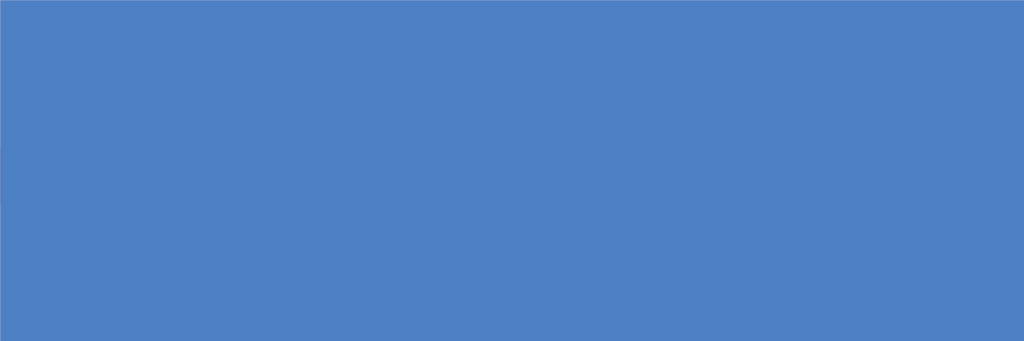
<source format=kicad_pcb>
(kicad_pcb (version 20211014) (generator pcbnew)

  (general
    (thickness 1.636)
  )

  (paper "A4")
  (title_block
    (title "Antenne MW ODMR [gap=0.1mm]")
    (rev "v01")
    (company "IEMN - Centrale Lille")
    (comment 1 "Auteur : Noé Pigret")
  )

  (layers
    (0 "F.Cu" signal)
    (31 "B.Cu" signal)
    (44 "Edge.Cuts" user)
    (45 "Margin" user)
    (46 "B.CrtYd" user "B.Courtyard")
    (47 "F.CrtYd" user "F.Courtyard")
  )

  (setup
    (stackup
      (layer "F.Cu" (type "copper") (thickness 0.018))
      (layer "dielectric 1" (type "core") (thickness 1.6) (material "FR4") (epsilon_r 4.3) (loss_tangent 0.03))
      (layer "B.Cu" (type "copper") (thickness 0.018))
      (copper_finish "None")
      (dielectric_constraints no)
    )
    (pad_to_mask_clearance 0)
    (grid_origin 120 70)
    (pcbplotparams
      (layerselection 0x0001000_ffffffff)
      (disableapertmacros false)
      (usegerberextensions false)
      (usegerberattributes true)
      (usegerberadvancedattributes false)
      (creategerberjobfile true)
      (svguseinch false)
      (svgprecision 6)
      (excludeedgelayer true)
      (plotframeref false)
      (viasonmask false)
      (mode 1)
      (useauxorigin true)
      (hpglpennumber 1)
      (hpglpenspeed 20)
      (hpglpendiameter 15.000000)
      (dxfpolygonmode true)
      (dxfimperialunits true)
      (dxfusepcbnewfont true)
      (psnegative false)
      (psa4output false)
      (plotreference false)
      (plotvalue false)
      (plotinvisibletext false)
      (sketchpadsonfab false)
      (subtractmaskfromsilk false)
      (outputformat 1)
      (mirror false)
      (drillshape 0)
      (scaleselection 1)
      (outputdirectory "../gerbers/")
    )
  )

  (net 0 "")

  (gr_rect (start 90 60) (end 150 80) (layer "Edge.Cuts") (width 0.01) (fill none) (tstamp 16af17bc-4f01-4cb0-acc9-6784d0fa1584))

  (zone (net 0) (net_name "") (layer "F.Cu") (tstamp abc738c4-f3d1-47bd-9628-25b20accab9a) (hatch none 0.508)
    (connect_pads (clearance 0))
    (min_thickness 0.0254) (filled_areas_thickness no)
    (fill yes (thermal_gap 0.508) (thermal_bridge_width 0.508))
    (polygon
      (pts
        (xy 127.004898 70)
        (xy 126.986086 69.486974)
        (xy 126.929752 68.976703)
        (xy 126.836197 68.471929)
        (xy 126.705925 67.975362)
        (xy 126.539636 67.489669)
        (xy 126.338221 67.017459)
        (xy 126.102764 66.561269)
        (xy 125.834528 66.123549)
        (xy 125.534955 65.706649)
        (xy 125.205654 65.312808)
        (xy 124.848392 64.944143)
        (xy 124.46509 64.602633)
        (xy 124.057806 64.290113)
        (xy 123.628726 64.008261)
        (xy 123.180157 63.75859)
        (xy 122.714507 63.542443)
        (xy 122.234277 63.360979)
        (xy 121.742047 63.215174)
        (xy 121.240461 63.10581)
        (xy 120.732211 63.033476)
        (xy 120.220029 62.998558)
        (xy 119.706665 63.001246)
        (xy 119.194877 63.041525)
        (xy 118.687413 63.119178)
        (xy 118.186999 63.233788)
        (xy 117.696323 63.38474)
        (xy 117.21802 63.571222)
        (xy 116.754659 63.792234)
        (xy 116.308728 64.046588)
        (xy 115.882624 64.332918)
        (xy 115.478635 64.649687)
        (xy 115.09893 64.995192)
        (xy 114.745548 65.367578)
        (xy 114.420389 65.764845)
        (xy 114.125198 66.184859)
        (xy 113.861561 66.625365)
        (xy 113.630894 67.083996)
        (xy 113.434435 67.558288)
        (xy 113.273241 68.045696)
        (xy 113.148176 68.5436)
        (xy 113.059912 69.049326)
        (xy 113.008925 69.560159)
        (xy 112.998717 69.949966)
        (xy 123.4 69.95)
        (xy 123.412353 69.89)
        (xy 123.43 69.83)
        (xy 123.46 69.76)
        (xy 123.5 69.7)
        (xy 123.58 69.616321)
        (xy 123.64 69.57)
        (xy 123.73 69.53)
        (xy 123.800316 69.51)
        (xy 123.869189 69.5)
        (xy 123.94 69.5)
        (xy 124.04 69.52)
        (xy 124.14 69.56)
        (xy 124.21 69.61)
        (xy 124.25 69.64)
        (xy 124.29 69.68834)
        (xy 124.32 69.73)
        (xy 124.36 69.8)
        (xy 124.38 69.859812)
        (xy 124.39 69.91)
        (xy 124.4 69.97)
        (xy 124.4 70.03)
        (xy 124.39 70.1)
        (xy 124.37 70.17)
        (xy 124.35 70.22)
        (xy 124.32 70.27)
        (xy 124.27 70.34)
        (xy 124.21 70.39)
        (xy 124.14 70.44)
        (xy 124.04 70.48)
        (xy 123.94 70.5)
        (xy 123.86 70.5)
        (xy 123.73 70.47)
        (xy 123.64 70.43)
        (xy 123.571942 70.38)
        (xy 123.51 70.311965)
        (xy 123.46 70.24)
        (xy 123.43 70.17)
        (xy 123.41 70.1)
        (xy 123.4 70.05)
        (xy 112.9961 70.049898)
        (xy 90 68.67)
        (xy 90 71.97)
        (xy 113.019669 70.586155)
        (xy 113.081344 71.095807)
        (xy 113.180179 71.599575)
        (xy 113.315644 72.09475)
        (xy 113.487011 72.578675)
        (xy 113.693359 73.048749)
        (xy 113.93358 73.502449)
        (xy 114.206385 73.937337)
        (xy 114.510307 74.351077)
        (xy 114.843715 74.741447)
        (xy 115.204817 75.106351)
        (xy 115.591675 75.443828)
        (xy 116.00221 75.752066)
        (xy 116.434217 76.02941)
        (xy 116.885376 76.27437)
        (xy 117.353264 76.485629)
        (xy 117.835367 76.662054)
        (xy 118.329097 76.802697)
        (xy 118.831802 76.906802)
        (xy 119.340781 76.97381)
        (xy 119.8533 77.003362)
        (xy 120.366608 76.995298)
        (xy 120.877947 76.949662)
        (xy 121.38457 76.8667)
        (xy 121.883756 76.746856)
        (xy 122.372825 76.590774)
        (xy 122.849149 76.399293)
        (xy 123.31017 76.173441)
        (xy 123.753412 75.914431)
        (xy 124.176494 75.623655)
        (xy 124.577145 75.302673)
        (xy 124.953211 74.953211)
        (xy 125.302673 74.577145)
        (xy 125.623655 74.176494)
        (xy 125.914431 73.753412)
        (xy 126.173441 73.31017)
        (xy 126.399293 72.849149)
        (xy 126.590774 72.372825)
        (xy 126.746856 71.883756)
        (xy 126.8667 71.38457)
        (xy 126.949662 70.877947)
        (xy 126.995298 70.366608)
      )
    )
    (filled_polygon
      (layer "F.Cu")
      (island)
      (pts
        (xy 120.220451 62.998587)
        (xy 120.731792 63.033447)
        (xy 120.732636 63.033536)
        (xy 121.240047 63.105751)
        (xy 121.240878 63.105901)
        (xy 121.410598 63.142906)
        (xy 121.741623 63.215082)
        (xy 121.742454 63.215295)
        (xy 122.233858 63.360855)
        (xy 122.234671 63.361128)
        (xy 122.714131 63.542301)
        (xy 122.714891 63.542621)
        (xy 123.179765 63.758408)
        (xy 123.180528 63.758796)
        (xy 123.628356 64.008055)
        (xy 123.62907 64.008487)
        (xy 124.05745 64.289879)
        (xy 124.058149 64.290376)
        (xy 124.46475 64.602372)
        (xy 124.46541 64.602918)
        (xy 124.848074 64.94386)
        (xy 124.848693 64.944454)
        (xy 125.205352 65.312497)
        (xy 125.205926 65.313134)
        (xy 125.534686 65.706327)
        (xy 125.535208 65.707002)
        (xy 125.576538 65.764517)
        (xy 125.834274 66.123195)
        (xy 125.834749 66.123909)
        (xy 126.102539 66.560902)
        (xy 126.10296 66.561649)
        (xy 126.338025 67.017079)
        (xy 126.338389 67.017853)
        (xy 126.366771 67.084394)
        (xy 126.539468 67.489276)
        (xy 126.539775 67.490076)
        (xy 126.705785 67.974954)
        (xy 126.706033 67.975775)
        (xy 126.836088 68.471515)
        (xy 126.836275 68.472352)
        (xy 126.929674 68.976284)
        (xy 126.929799 68.977132)
        (xy 126.986039 69.486545)
        (xy 126.986101 69.48739)
        (xy 126.990819 69.616048)
        (xy 127.004884 69.99963)
        (xy 127.004888 70.000365)
        (xy 126.995308 70.366235)
        (xy 126.995266 70.366962)
        (xy 126.975693 70.586284)
        (xy 126.9497 70.877526)
        (xy 126.949593 70.878366)
        (xy 126.881148 71.296339)
        (xy 126.86677 71.384142)
        (xy 126.866601 71.384982)
        (xy 126.746955 71.883344)
        (xy 126.746725 71.884167)
        (xy 126.590902 72.372424)
        (xy 126.590622 72.373203)
        (xy 126.508183 72.578276)
        (xy 126.399451 72.848755)
        (xy 126.399102 72.849538)
        (xy 126.173632 73.309781)
        (xy 126.173232 73.310528)
        (xy 126.014725 73.581779)
        (xy 125.914644 73.753047)
        (xy 125.914184 73.753771)
        (xy 125.623898 74.176141)
        (xy 125.623392 74.176822)
        (xy 125.407505 74.446294)
        (xy 125.302942 74.576809)
        (xy 125.302382 74.577458)
        (xy 124.953503 74.952896)
        (xy 124.952896 74.953503)
        (xy 124.577458 75.302382)
        (xy 124.576809 75.302942)
        (xy 124.400632 75.444087)
        (xy 124.176829 75.623387)
        (xy 124.176148 75.623893)
        (xy 123.990036 75.751804)
        (xy 123.753771 75.914184)
        (xy 123.753047 75.914644)
        (xy 123.310528 76.173232)
        (xy 123.30979 76.173627)
        (xy 123.103785 76.274548)
        (xy 122.849538 76.399102)
        (xy 122.848755 76.399451)
        (xy 122.659034 76.475719)
        (xy 122.373203 76.590622)
        (xy 122.372424 76.590902)
        (xy 121.88417 76.746724)
        (xy 121.883344 76.746955)
        (xy 121.384982 76.866601)
        (xy 121.384142 76.86677)
        (xy 121.296339 76.881148)
        (xy 120.878366 76.949593)
        (xy 120.877537 76.949699)
        (xy 120.367029 76.99526)
        (xy 120.366189 76.995305)
        (xy 120.09538 76.999559)
        (xy 119.853729 77.003355)
        (xy 119.852871 77.003337)
        (xy 119.341204 76.973834)
        (xy 119.340351 76.973753)
        (xy 118.832229 76.906858)
        (xy 118.831383 76.906715)
        (xy 118.329509 76.802782)
        (xy 118.328677 76.802577)
        (xy 117.835782 76.662172)
        (xy 117.834966 76.661907)
        (xy 117.640949 76.590907)
        (xy 117.353655 76.485772)
        (xy 117.352885 76.485458)
        (xy 116.885768 76.274547)
        (xy 116.885002 76.274167)
        (xy 116.434599 76.029617)
        (xy 116.433861 76.029181)
        (xy 116.254734 75.914184)
        (xy 116.00255 75.752285)
        (xy 116.001874 75.751814)
        (xy 115.592021 75.444087)
        (xy 115.591354 75.443548)
        (xy 115.20514 75.106632)
        (xy 115.204515 75.106045)
        (xy 115.018293 74.917863)
        (xy 114.844012 74.741747)
        (xy 114.843451 74.741137)
        (xy 114.510579 74.351395)
        (xy 114.510049 74.350726)
        (xy 114.206636 73.937678)
        (xy 114.206154 73.936968)
        (xy 113.933812 73.502818)
        (xy 113.933383 73.502076)
        (xy 113.693559 73.049126)
        (xy 113.693186 73.048354)
        (xy 113.487186 72.579073)
        (xy 113.48687 72.578276)
        (xy 113.413969 72.37241)
        (xy 113.31578 72.095133)
        (xy 113.315532 72.094342)
        (xy 113.180293 71.599991)
        (xy 113.180097 71.599156)
        (xy 113.081427 71.096228)
        (xy 113.081293 71.095382)
        (xy 113.019949 70.588466)
        (xy 113.019949 70.588465)
        (xy 113.019669 70.586155)
        (xy 102.189574 71.237214)
        (xy 90.013402 71.969194)
        (xy 90.004938 71.96627)
        (xy 90.001 71.957515)
        (xy 90.001 68.682483)
        (xy 90.004427 68.67421)
        (xy 90.013401 68.670804)
        (xy 112.9961 70.049898)
        (xy 113.190873 70.0499)
        (xy 123.390408 70.05)
        (xy 123.398681 70.053427)
        (xy 123.401881 70.059405)
        (xy 123.41 70.1)
        (xy 123.43 70.17)
        (xy 123.46 70.24)
        (xy 123.460335 70.240482)
        (xy 123.460336 70.240484)
        (xy 123.480971 70.270183)
        (xy 123.51 70.311965)
        (xy 123.571942 70.38)
        (xy 123.572413 70.380346)
        (xy 123.572414 70.380347)
        (xy 123.58572 70.390122)
        (xy 123.64 70.43)
        (xy 123.640571 70.430254)
        (xy 123.640573 70.430255)
        (xy 123.663087 70.440261)
        (xy 123.73 70.47)
        (xy 123.730543 70.470125)
        (xy 123.730548 70.470127)
        (xy 123.812511 70.489041)
        (xy 123.86 70.5)
        (xy 123.94 70.5)
        (xy 123.99002 70.489996)
        (xy 124.039477 70.480105)
        (xy 124.039481 70.480104)
        (xy 124.04 70.48)
        (xy 124.064683 70.470127)
        (xy 124.139348 70.440261)
        (xy 124.139349 70.44026)
        (xy 124.14 70.44)
        (xy 124.154 70.43)
        (xy 124.20983 70.390122)
        (xy 124.209839 70.390115)
        (xy 124.21 70.39)
        (xy 124.27 70.34)
        (xy 124.270435 70.339392)
        (xy 124.270437 70.339389)
        (xy 124.31987 70.270183)
        (xy 124.319878 70.270171)
        (xy 124.32 70.27)
        (xy 124.338 70.24)
        (xy 124.349758 70.220404)
        (xy 124.34976 70.2204)
        (xy 124.35 70.22)
        (xy 124.37 70.17)
        (xy 124.39 70.1)
        (xy 124.4 70.03)
        (xy 124.4 69.97)
        (xy 124.39466 69.93796)
        (xy 124.39002 69.910117)
        (xy 124.390015 69.910092)
        (xy 124.39 69.91)
        (xy 124.38 69.859812)
        (xy 124.36 69.8)
        (xy 124.32 69.73)
        (xy 124.319818 69.729747)
        (xy 124.290126 69.688514)
        (xy 124.290116 69.688502)
        (xy 124.29 69.68834)
        (xy 124.25 69.64)
        (xy 124.249452 69.639589)
        (xy 124.24945 69.639587)
        (xy 124.218064 69.616048)
        (xy 124.21 69.61)
        (xy 124.153602 69.569716)
        (xy 124.14057 69.560407)
        (xy 124.140569 69.560407)
        (xy 124.14 69.56)
        (xy 124.139349 69.55974)
        (xy 124.139348 69.559739)
        (xy 124.040498 69.520199)
        (xy 124.040496 69.520198)
        (xy 124.04 69.52)
        (xy 124.039481 69.519896)
        (xy 124.039477 69.519895)
        (xy 123.98973 69.509946)
        (xy 123.94 69.5)
        (xy 123.869189 69.5)
        (xy 123.868778 69.50006)
        (xy 123.868773 69.50006)
        (xy 123.819901 69.507156)
        (xy 123.800316 69.51)
        (xy 123.73 69.53)
        (xy 123.64 69.57)
        (xy 123.58 69.616321)
        (xy 123.534029 69.664406)
        (xy 123.500357 69.699626)
        (xy 123.500354 69.69963)
        (xy 123.5 69.7)
        (xy 123.46 69.76)
        (xy 123.43 69.83)
        (xy 123.412353 69.89)
        (xy 123.412306 69.890229)
        (xy 123.401923 69.940659)
        (xy 123.396898 69.948072)
        (xy 123.390463 69.95)
        (xy 118.796247 69.949985)
        (xy 113.010727 69.949966)
        (xy 113.002454 69.946539)
        (xy 112.999031 69.93796)
        (xy 112.999761 69.910117)
        (xy 113.007454 69.616321)
        (xy 113.008914 69.560586)
        (xy 113.008968 69.55973)
        (xy 113.059869 69.049759)
        (xy 113.059985 69.048909)
        (xy 113.148102 68.544024)
        (xy 113.14828 68.543186)
        (xy 113.166179 68.471929)
        (xy 113.27314 68.046098)
        (xy 113.273378 68.045281)
        (xy 113.296502 67.975362)
        (xy 113.434302 67.558691)
        (xy 113.434601 67.557888)
        (xy 113.630729 67.084394)
        (xy 113.631086 67.083614)
        (xy 113.664359 67.017459)
        (xy 113.861369 66.625747)
        (xy 113.861782 66.624996)
        (xy 114.124974 66.185233)
        (xy 114.125441 66.184513)
        (xy 114.42014 65.7652)
        (xy 114.420658 65.764517)
        (xy 114.745277 65.367909)
        (xy 114.745844 65.367266)
        (xy 115.098637 64.995501)
        (xy 115.09925 64.994901)
        (xy 115.478322 64.649972)
        (xy 115.478977 64.649419)
        (xy 115.882282 64.333186)
        (xy 115.882975 64.332682)
        (xy 115.945933 64.290376)
        (xy 116.308376 64.046824)
        (xy 116.309101 64.046375)
        (xy 116.375923 64.008261)
        (xy 116.45047 63.96574)
        (xy 116.75429 63.792445)
        (xy 116.75505 63.792048)
        (xy 117.217628 63.571409)
        (xy 117.218415 63.571068)
        (xy 117.695924 63.384896)
        (xy 117.696734 63.384614)
        (xy 118.186587 63.233915)
        (xy 118.187415 63.233693)
        (xy 118.687003 63.119272)
        (xy 118.687845 63.119112)
        (xy 119.194447 63.041591)
        (xy 119.195299 63.041492)
        (xy 119.706236 63.00128)
        (xy 119.707093 63.001244)
        (xy 119.963347 62.999902)
        (xy 120.219608 62.99856)
      )
    )
  )
  (zone (net 0) (net_name "") (layer "B.Cu") (tstamp fd5ce46c-cc7f-4933-9435-4d0ee96c57ab) (hatch none 0.508)
    (connect_pads (clearance 0))
    (min_thickness 0.0254) (filled_areas_thickness no)
    (fill yes (thermal_gap 0.508) (thermal_bridge_width 0.508))
    (polygon
      (pts
        (xy 150 80)
        (xy 90 80)
        (xy 90 60)
        (xy 150 60)
      )
    )
    (filled_polygon
      (layer "B.Cu")
      (island)
      (pts
        (xy 149.995573 60.004427)
        (xy 149.999 60.0127)
        (xy 149.999 79.9873)
        (xy 149.995573 79.995573)
        (xy 149.9873 79.999)
        (xy 90.0127 79.999)
        (xy 90.004427 79.995573)
        (xy 90.001 79.9873)
        (xy 90.001 60.0127)
        (xy 90.004427 60.004427)
        (xy 90.0127 60.001)
        (xy 149.9873 60.001)
      )
    )
  )
)

</source>
